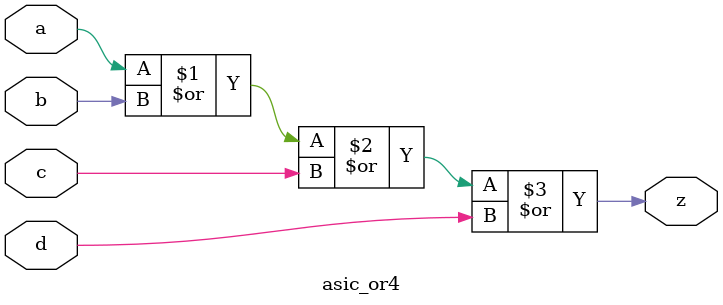
<source format=v>

module asic_or4
   (
    input  a,
    input  b,
    input  c,
    input  d,
    output z
    );

   assign z = a | b | c | d;

endmodule

</source>
